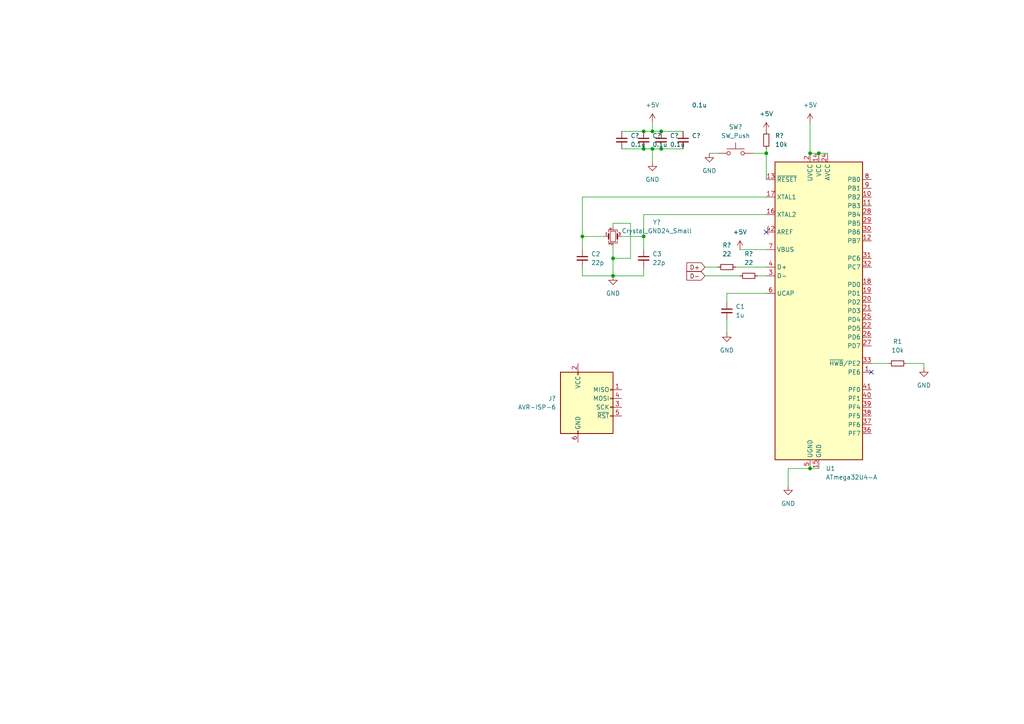
<source format=kicad_sch>
(kicad_sch (version 20211123) (generator eeschema)
  (paper "A4")
  (lib_symbols
    (symbol "Connector:AVR-ISP-6" (pin_names (offset 1.016))
      (property "Reference" "J" (at -6.35 11.43 0))
      (property "Value" "AVR-ISP-6" (at 0 11.43 0))
      (symbol "AVR-ISP-6_0_1"
        (rectangle (start -2.667 -6.858) (end -2.413 -7.62))
        (rectangle (start -2.667 10.16) (end -2.413 9.398))
        (rectangle (start 7.62 -2.413) (end 6.858 -2.667))
        (rectangle (start 7.62 0.127) (end 6.858 -0.127))
        (rectangle (start 7.62 2.667) (end 6.858 2.413))
        (rectangle (start 7.62 5.207) (end 6.858 4.953))
        (rectangle (start 7.62 10.16) (end -7.62 -7.62) (stroke (width 0.254)) (fill (type background)))
      )
      (symbol "AVR-ISP-6_1_1"
        (pin passive line (at 10.16 5.08 180) (length 2.54) (name "MISO") (number "1"))
        (pin passive line (at -2.54 12.7 270) (length 2.54) (name "VCC") (number "2"))
        (pin passive line (at 10.16 0 180) (length 2.54) (name "SCK") (number "3"))
        (pin passive line (at 10.16 2.54 180) (length 2.54) (name "MOSI") (number "4"))
        (pin passive line (at 10.16 -2.54 180) (length 2.54) (name "~{RST}") (number "5"))
        (pin passive line (at -2.54 -10.16 90) (length 2.54) (name "GND") (number "6"))
      )
    )
    (symbol "Device:C_Small" (pin_numbers hide) (pin_names (offset 0.254) hide)
      (property "Reference" "C" (at 0.254 1.778 0))
      (property "Value" "C_Small" (at 0.254 -2.032 0))
      (symbol "C_Small_0_1"
        (polyline (pts (xy -1.524 -0.508) (xy 1.524 -0.508)) (stroke (width 0.3302)))
        (polyline (pts (xy -1.524 0.508) (xy 1.524 0.508)) (stroke (width 0.3048)))
      )
      (symbol "C_Small_1_1"
        (pin passive line (at 0 2.54 270) (length 2.032) (name "~") (number "1"))
        (pin passive line (at 0 -2.54 90) (length 2.032) (name "~") (number "2"))
      )
    )
    (symbol "Device:Crystal_GND24_Small" (pin_names (offset 1.016) hide)
      (property "Reference" "Y" (at 1.27 4.445 0))
      (property "Value" "Crystal_GND24_Small" (at 1.27 2.54 0))
      (symbol "Crystal_GND24_Small_0_1"
        (rectangle (start -0.762 -1.524) (end 0.762 1.524))
        (polyline (pts (xy -1.27 -0.762) (xy -1.27 0.762)) (stroke (width 0.381)))
        (polyline (pts (xy 1.27 -0.762) (xy 1.27 0.762)) (stroke (width 0.381)))
        (polyline (pts (xy -1.27 -1.27) (xy -1.27 -1.905) (xy 1.27 -1.905) (xy 1.27 -1.27)))
        (polyline (pts (xy -1.27 1.27) (xy -1.27 1.905) (xy 1.27 1.905) (xy 1.27 1.27)))
      )
      (symbol "Crystal_GND24_Small_1_1"
        (pin passive line (at -2.54 0 0) (length 1.27) (name "1") (number "1"))
        (pin passive line (at 0 -2.54 90) (length 0.635) (name "2") (number "2"))
        (pin passive line (at 2.54 0 180) (length 1.27) (name "3") (number "3"))
        (pin passive line (at 0 2.54 270) (length 0.635) (name "4") (number "4"))
      )
    )
    (symbol "Device:R_Small" (pin_numbers hide) (pin_names (offset 0.254) hide)
      (property "Reference" "R" (at 0.762 0.508 0))
      (property "Value" "R_Small" (at 0.762 -1.016 0))
      (symbol "R_Small_0_1"
        (rectangle (start -0.762 1.778) (end 0.762 -1.778) (stroke (width 0.2032)))
      )
      (symbol "R_Small_1_1"
        (pin passive line (at 0 2.54 270) (length 0.762) (name "~") (number "1"))
        (pin passive line (at 0 -2.54 90) (length 0.762) (name "~") (number "2"))
      )
    )
    (symbol "MCU_Microchip_ATmega:ATmega32U4-A"
      (property "Reference" "U" (at -12.7 44.45 0))
      (property "Value" "ATmega32U4-A" (at 2.54 -44.45 0))
      (symbol "ATmega32U4-A_0_1"
        (rectangle (start -12.7 -43.18) (end 12.7 43.18) (stroke (width 0.254)) (fill (type background)))
      )
      (symbol "ATmega32U4-A_1_1"
        (pin bidirectional line (at 15.24 -17.78 180) (length 2.54) (name "PE6") (number "1"))
        (pin bidirectional line (at 15.24 33.02 180) (length 2.54) (name "PB2") (number "10"))
        (pin bidirectional line (at 15.24 30.48 180) (length 2.54) (name "PB3") (number "11"))
        (pin bidirectional line (at 15.24 20.32 180) (length 2.54) (name "PB7") (number "12"))
        (pin input line (at -15.24 38.1 0) (length 2.54) (name "~{RESET}") (number "13"))
        (pin power_in line (at 0 45.72 270) (length 2.54) (name "VCC") (number "14"))
        (pin power_in line (at 0 -45.72 90) (length 2.54) (name "GND") (number "15"))
        (pin output line (at -15.24 27.94 0) (length 2.54) (name "XTAL2") (number "16"))
        (pin input line (at -15.24 33.02 0) (length 2.54) (name "XTAL1") (number "17"))
        (pin bidirectional line (at 15.24 7.62 180) (length 2.54) (name "PD0") (number "18"))
        (pin bidirectional line (at 15.24 5.08 180) (length 2.54) (name "PD1") (number "19"))
        (pin power_in line (at -2.54 45.72 270) (length 2.54) (name "UVCC") (number "2"))
        (pin bidirectional line (at 15.24 2.54 180) (length 2.54) (name "PD2") (number "20"))
        (pin bidirectional line (at 15.24 0 180) (length 2.54) (name "PD3") (number "21"))
        (pin bidirectional line (at 15.24 -5.08 180) (length 2.54) (name "PD5") (number "22"))
        (pin passive line (at 0 -45.72 90) (length 2.54) hide (name "GND") (number "23"))
        (pin power_in line (at 2.54 45.72 270) (length 2.54) (name "AVCC") (number "24"))
        (pin bidirectional line (at 15.24 -2.54 180) (length 2.54) (name "PD4") (number "25"))
        (pin bidirectional line (at 15.24 -7.62 180) (length 2.54) (name "PD6") (number "26"))
        (pin bidirectional line (at 15.24 -10.16 180) (length 2.54) (name "PD7") (number "27"))
        (pin bidirectional line (at 15.24 27.94 180) (length 2.54) (name "PB4") (number "28"))
        (pin bidirectional line (at 15.24 25.4 180) (length 2.54) (name "PB5") (number "29"))
        (pin bidirectional line (at -15.24 10.16 0) (length 2.54) (name "D-") (number "3"))
        (pin bidirectional line (at 15.24 22.86 180) (length 2.54) (name "PB6") (number "30"))
        (pin bidirectional line (at 15.24 15.24 180) (length 2.54) (name "PC6") (number "31"))
        (pin bidirectional line (at 15.24 12.7 180) (length 2.54) (name "PC7") (number "32"))
        (pin bidirectional line (at 15.24 -15.24 180) (length 2.54) (name "~{HWB}/PE2") (number "33"))
        (pin passive line (at 0 45.72 270) (length 2.54) hide (name "VCC") (number "34"))
        (pin passive line (at 0 -45.72 90) (length 2.54) hide (name "GND") (number "35"))
        (pin bidirectional line (at 15.24 -35.56 180) (length 2.54) (name "PF7") (number "36"))
        (pin bidirectional line (at 15.24 -33.02 180) (length 2.54) (name "PF6") (number "37"))
        (pin bidirectional line (at 15.24 -30.48 180) (length 2.54) (name "PF5") (number "38"))
        (pin bidirectional line (at 15.24 -27.94 180) (length 2.54) (name "PF4") (number "39"))
        (pin bidirectional line (at -15.24 12.7 0) (length 2.54) (name "D+") (number "4"))
        (pin bidirectional line (at 15.24 -25.4 180) (length 2.54) (name "PF1") (number "40"))
        (pin bidirectional line (at 15.24 -22.86 180) (length 2.54) (name "PF0") (number "41"))
        (pin passive line (at -15.24 22.86 0) (length 2.54) (name "AREF") (number "42"))
        (pin passive line (at 0 -45.72 90) (length 2.54) hide (name "GND") (number "43"))
        (pin passive line (at 2.54 45.72 270) (length 2.54) hide (name "AVCC") (number "44"))
        (pin passive line (at -2.54 -45.72 90) (length 2.54) (name "UGND") (number "5"))
        (pin passive line (at -15.24 5.08 0) (length 2.54) (name "UCAP") (number "6"))
        (pin input line (at -15.24 17.78 0) (length 2.54) (name "VBUS") (number "7"))
        (pin bidirectional line (at 15.24 38.1 180) (length 2.54) (name "PB0") (number "8"))
        (pin bidirectional line (at 15.24 35.56 180) (length 2.54) (name "PB1") (number "9"))
      )
    )
    (symbol "Switch:SW_Push" (pin_numbers hide) (pin_names (offset 1.016) hide)
      (property "Reference" "SW" (at 1.27 2.54 0))
      (property "Value" "SW_Push" (at 0 -1.524 0))
      (symbol "SW_Push_0_1"
        (circle (center -2.032 0) (radius 0.508))
        (polyline (pts (xy 0 1.27) (xy 0 3.048)))
        (polyline (pts (xy 2.54 1.27) (xy -2.54 1.27)))
        (circle (center 2.032 0) (radius 0.508))
        (pin passive line (at -5.08 0 0) (length 2.54) (name "1") (number "1"))
        (pin passive line (at 5.08 0 180) (length 2.54) (name "2") (number "2"))
      )
    )
    (symbol "power:+5V" (power) (pin_names (offset 0))
      (property "Value" "+5V" (at 0 3.556 0))
      (symbol "+5V_0_1"
        (polyline (pts (xy -0.762 1.27) (xy 0 2.54)))
        (polyline (pts (xy 0 0) (xy 0 2.54)))
        (polyline (pts (xy 0 2.54) (xy 0.762 1.27)))
      )
      (symbol "+5V_1_1"
        (pin power_in line (at 0 0 90) (length 0) hide (name "+5V") (number "1"))
      )
    )
    (symbol "power:GND" (power) (pin_names (offset 0))
      (property "Value" "GND" (at 0 -3.81 0))
      (symbol "GND_0_1"
        (polyline (pts (xy 0 0) (xy 0 -1.27) (xy 1.27 -1.27) (xy 0 -2.54) (xy -1.27 -1.27) (xy 0 -1.27)))
      )
      (symbol "GND_1_1"
        (pin power_in line (at 0 0 270) (length 0) hide (name "GND") (number "1"))
      )
    )
  )
  (junction (at 177.8 80.01))
  (junction (at 222.25 44.45))
  (junction (at 177.8 74.93))
  (junction (at 186.69 43.18))
  (junction (at 234.95 44.45))
  (junction (at 191.77 43.18))
  (junction (at 237.49 44.45))
  (junction (at 234.95 135.89))
  (junction (at 186.69 38.1))
  (junction (at 189.23 38.1))
  (junction (at 189.23 43.18))
  (junction (at 186.69 68.58))
  (junction (at 191.77 38.1))
  (junction (at 168.91 68.58))
  (no_connect (at 222.25 67.31))
  (no_connect (at 252.73 107.95))
  (wire (pts (xy 189.23 43.18) (xy 191.77 43.18)))
  (wire (pts (xy 191.77 43.18) (xy 198.12 43.18)))
  (wire (pts (xy 186.69 80.01) (xy 177.8 80.01)))
  (wire (pts (xy 186.69 77.47) (xy 186.69 80.01)))
  (wire (pts (xy 205.74 44.45) (xy 208.28 44.45)))
  (wire (pts (xy 186.69 62.23) (xy 222.25 62.23)))
  (wire (pts (xy 204.47 77.47) (xy 208.28 77.47)))
  (wire (pts (xy 234.95 44.45) (xy 234.95 35.56)))
  (wire (pts (xy 222.25 44.45) (xy 222.25 52.07)))
  (wire (pts (xy 228.6 135.89) (xy 228.6 140.97)))
  (wire (pts (xy 168.91 80.01) (xy 177.8 80.01)))
  (wire (pts (xy 180.34 38.1) (xy 186.69 38.1)))
  (wire (pts (xy 168.91 68.58) (xy 175.26 68.58)))
  (wire (pts (xy 252.73 105.41) (xy 257.81 105.41)))
  (wire (pts (xy 168.91 77.47) (xy 168.91 80.01)))
  (wire (pts (xy 267.97 105.41) (xy 267.97 106.68)))
  (wire (pts (xy 180.34 68.58) (xy 186.69 68.58)))
  (wire (pts (xy 182.88 64.77) (xy 182.88 74.93)))
  (wire (pts (xy 186.69 68.58) (xy 186.69 62.23)))
  (wire (pts (xy 182.88 74.93) (xy 177.8 74.93)))
  (wire (pts (xy 177.8 66.04) (xy 177.8 64.77)))
  (wire (pts (xy 177.8 74.93) (xy 177.8 80.01)))
  (wire (pts (xy 210.82 92.71) (xy 210.82 96.52)))
  (wire (pts (xy 189.23 35.56) (xy 189.23 38.1)))
  (wire (pts (xy 168.91 57.15) (xy 168.91 68.58)))
  (wire (pts (xy 214.63 72.39) (xy 222.25 72.39)))
  (wire (pts (xy 262.89 105.41) (xy 267.97 105.41)))
  (wire (pts (xy 237.49 44.45) (xy 234.95 44.45)))
  (wire (pts (xy 237.49 135.89) (xy 234.95 135.89)))
  (wire (pts (xy 218.44 44.45) (xy 222.25 44.45)))
  (wire (pts (xy 180.34 43.18) (xy 186.69 43.18)))
  (wire (pts (xy 168.91 57.15) (xy 222.25 57.15)))
  (wire (pts (xy 222.25 85.09) (xy 210.82 85.09)))
  (wire (pts (xy 186.69 38.1) (xy 189.23 38.1)))
  (wire (pts (xy 210.82 85.09) (xy 210.82 87.63)))
  (wire (pts (xy 213.36 77.47) (xy 222.25 77.47)))
  (wire (pts (xy 191.77 38.1) (xy 198.12 38.1)))
  (wire (pts (xy 168.91 68.58) (xy 168.91 72.39)))
  (wire (pts (xy 222.25 43.18) (xy 222.25 44.45)))
  (wire (pts (xy 186.69 43.18) (xy 189.23 43.18)))
  (wire (pts (xy 186.69 72.39) (xy 186.69 68.58)))
  (wire (pts (xy 177.8 71.12) (xy 177.8 74.93)))
  (wire (pts (xy 234.95 135.89) (xy 228.6 135.89)))
  (wire (pts (xy 240.03 44.45) (xy 237.49 44.45)))
  (wire (pts (xy 219.71 80.01) (xy 222.25 80.01)))
  (wire (pts (xy 189.23 43.18) (xy 189.23 46.99)))
  (wire (pts (xy 204.47 80.01) (xy 214.63 80.01)))
  (wire (pts (xy 177.8 64.77) (xy 182.88 64.77)))
  (wire (pts (xy 189.23 38.1) (xy 191.77 38.1)))
  (global_label "D-" (shape input) (at 204.47 80.01 180) (property "Intersheet References" "${INTERSHEET_REFS}" (effects hide)))
  (global_label "D+" (shape input) (at 204.47 77.47 180) (property "Intersheet References" "${INTERSHEET_REFS}" (effects hide)))
  (symbol (lib_id "Device:C_Small") (at 180.34 40.64 0) (unit 1)
    (property "Reference" "C?" (at 182.88 39.3762 0) (effects (justify left)))
    (property "Value" "0.1u" (at 182.88 41.9162 0) (effects (justify left)))
  )
  (symbol (lib_id "power:GND") (at 189.23 46.99 0) (unit 1)
    (property "Reference" "#PWR?" (effects hide))
    (property "Value" "GND" (at 189.23 52.07 0))
  )
  (symbol (lib_id "power:+5V") (at 222.25 38.1 0) (unit 1)
    (property "Reference" "#PWR?" (effects hide))
    (property "Value" "+5V" (at 222.25 33.02 0))
  )
  (symbol (lib_id "Device:C_Small") (at 186.69 40.64 0) (unit 1)
    (property "Reference" "C?" (at 189.23 39.3762 0) (effects (justify left)))
    (property "Value" "0.1u" (at 189.23 41.9162 0) (effects (justify left)))
  )
  (symbol (lib_id "power:GND") (at 210.82 96.52 0) (unit 1)
    (property "Reference" "#PWR?" (effects hide))
    (property "Value" "GND" (at 210.82 101.6 0))
  )
  (symbol (lib_id "Connector:AVR-ISP-6") (at 170.18 118.11 0) (unit 1)
    (property "Reference" "J?" (at 161.29 115.5699 0) (effects (justify right)))
    (property "Value" "AVR-ISP-6" (at 161.29 118.1099 0) (effects (justify right)))
    (property "Datasheet" " ~" (effects hide))
  )
  (symbol (lib_id "Device:R_Small") (at 260.35 105.41 90) (unit 1)
    (property "Reference" "R1" (at 260.35 99.06 90))
    (property "Value" "10k" (at 260.35 101.6 90))
  )
  (symbol (lib_id "Device:Crystal_GND24_Small") (at 177.8 68.58 0) (unit 1)
    (property "Reference" "Y?" (at 190.5 64.4398 0))
    (property "Value" "Crystal_GND24_Small" (at 190.5 66.9798 0))
  )
  (symbol (lib_id "Switch:SW_Push") (at 213.36 44.45 0) (unit 1)
    (property "Reference" "SW?" (at 213.36 36.83 0))
    (property "Value" "SW_Push" (at 213.36 39.37 0))
  )
  (symbol (lib_id "power:+5V") (at 189.23 35.56 0) (unit 1)
    (property "Reference" "#PWR?" (effects hide))
    (property "Value" "+5V" (at 189.23 30.48 0))
  )
  (symbol (lib_id "Device:R_Small") (at 217.17 80.01 90) (unit 1)
    (property "Reference" "R?" (at 217.17 73.66 90))
    (property "Value" "22" (at 217.17 76.2 90))
  )
  (symbol (lib_id "Device:R_Small") (at 210.82 77.47 90) (unit 1)
    (property "Reference" "R?" (at 210.82 71.12 90))
    (property "Value" "22" (at 210.82 73.66 90))
  )
  (symbol (lib_id "Device:C_Small") (at 186.69 74.93 0) (unit 1)
    (property "Reference" "C3" (at 189.23 73.6662 0) (effects (justify left)))
    (property "Value" "22p" (at 189.23 76.2062 0) (effects (justify left)))
  )
  (symbol (lib_id "Device:R_Small") (at 222.25 40.64 0) (unit 1)
    (property "Reference" "R?" (at 224.79 39.3699 0) (effects (justify left)))
    (property "Value" "10k" (at 224.79 41.9099 0) (effects (justify left)))
  )
  (symbol (lib_id "Device:C_Small") (at 198.12 40.64 0) (unit 1)
    (property "Reference" "C?" (at 200.66 39.3762 0) (effects (justify left)))
    (property "Value" "0.1u" (at 200.66 30.4862 0) (effects (justify left)))
  )
  (symbol (lib_id "Device:C_Small") (at 191.77 40.64 0) (unit 1)
    (property "Reference" "C?" (at 194.31 39.3762 0) (effects (justify left)))
    (property "Value" "0.1u" (at 194.31 41.9162 0) (effects (justify left)))
  )
  (symbol (lib_id "power:GND") (at 205.74 44.45 0) (unit 1)
    (property "Reference" "#PWR?" (effects hide))
    (property "Value" "GND" (at 205.74 49.53 0))
  )
  (symbol (lib_id "power:GND") (at 177.8 80.01 0) (unit 1)
    (property "Reference" "#PWR?" (effects hide))
    (property "Value" "GND" (at 177.8 85.09 0))
  )
  (symbol (lib_id "power:+5V") (at 234.95 35.56 0) (unit 1)
    (property "Reference" "#PWR?" (effects hide))
    (property "Value" "+5V" (at 234.95 30.48 0))
  )
  (symbol (lib_id "MCU_Microchip_ATmega:ATmega32U4-A") (at 237.49 90.17 0) (unit 1)
    (property "Reference" "U1" (at 239.5094 135.89 0) (effects (justify left)))
    (property "Value" "ATmega32U4-A" (at 239.5094 138.43 0) (effects (justify left)))
    (property "Footprint" "Package_QFP:TQFP-44_10x10mm_P0.8mm" (effects hide))
    (property "Datasheet" "http://ww1.microchip.com/downloads/en/DeviceDoc/Atmel-7766-8-bit-AVR-ATmega16U4-32U4_Datasheet.pdf" (effects hide))
  )
  (symbol (lib_id "Device:C_Small") (at 210.82 90.17 0) (unit 1)
    (property "Reference" "C1" (at 213.36 88.9062 0) (effects (justify left)))
    (property "Value" "1u" (at 213.36 91.4462 0) (effects (justify left)))
  )
  (symbol (lib_id "power:GND") (at 228.6 140.97 0) (unit 1)
    (property "Reference" "#PWR?" (effects hide))
    (property "Value" "GND" (at 228.6 146.05 0))
  )
  (symbol (lib_id "power:+5V") (at 214.63 72.39 0) (unit 1)
    (property "Reference" "#PWR?" (effects hide))
    (property "Value" "+5V" (at 214.63 67.31 0))
  )
  (symbol (lib_id "power:GND") (at 267.97 106.68 0) (unit 1)
    (property "Reference" "#PWR?" (effects hide))
    (property "Value" "GND" (at 267.97 111.76 0))
  )
  (symbol (lib_id "Device:C_Small") (at 168.91 74.93 0) (unit 1)
    (property "Reference" "C2" (at 171.45 73.6662 0) (effects (justify left)))
    (property "Value" "22p" (at 171.45 76.2062 0) (effects (justify left)))
  )
)
</source>
